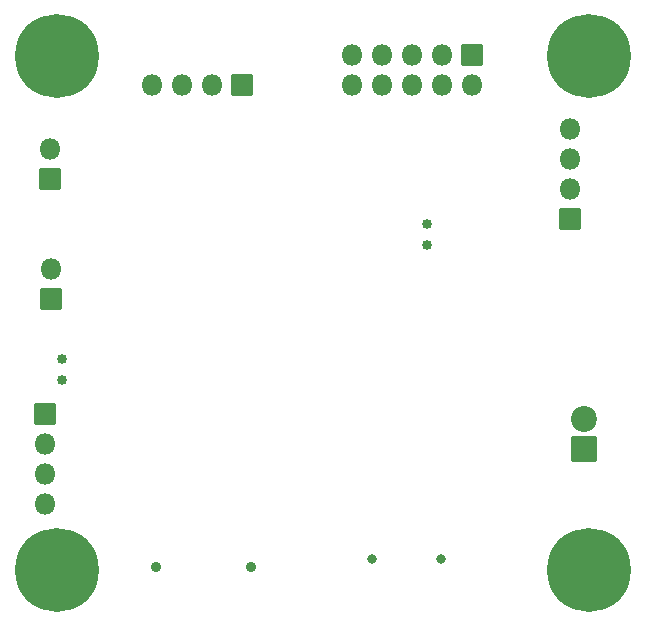
<source format=gbr>
%TF.GenerationSoftware,KiCad,Pcbnew,(6.0.7)*%
%TF.CreationDate,2022-09-16T23:20:04-07:00*%
%TF.ProjectId,All-in-one,416c6c2d-696e-42d6-9f6e-652e6b696361,rev?*%
%TF.SameCoordinates,Original*%
%TF.FileFunction,Soldermask,Bot*%
%TF.FilePolarity,Negative*%
%FSLAX46Y46*%
G04 Gerber Fmt 4.6, Leading zero omitted, Abs format (unit mm)*
G04 Created by KiCad (PCBNEW (6.0.7)) date 2022-09-16 23:20:04*
%MOMM*%
%LPD*%
G01*
G04 APERTURE LIST*
G04 Aperture macros list*
%AMRoundRect*
0 Rectangle with rounded corners*
0 $1 Rounding radius*
0 $2 $3 $4 $5 $6 $7 $8 $9 X,Y pos of 4 corners*
0 Add a 4 corners polygon primitive as box body*
4,1,4,$2,$3,$4,$5,$6,$7,$8,$9,$2,$3,0*
0 Add four circle primitives for the rounded corners*
1,1,$1+$1,$2,$3*
1,1,$1+$1,$4,$5*
1,1,$1+$1,$6,$7*
1,1,$1+$1,$8,$9*
0 Add four rect primitives between the rounded corners*
20,1,$1+$1,$2,$3,$4,$5,0*
20,1,$1+$1,$4,$5,$6,$7,0*
20,1,$1+$1,$6,$7,$8,$9,0*
20,1,$1+$1,$8,$9,$2,$3,0*%
G04 Aperture macros list end*
%ADD10C,0.800000*%
%ADD11C,0.900000*%
%ADD12C,7.100000*%
%ADD13C,0.850000*%
%ADD14O,1.800000X1.800000*%
%ADD15RoundRect,0.050000X0.850000X0.850000X-0.850000X0.850000X-0.850000X-0.850000X0.850000X-0.850000X0*%
%ADD16RoundRect,0.050000X-0.850000X0.850000X-0.850000X-0.850000X0.850000X-0.850000X0.850000X0.850000X0*%
%ADD17RoundRect,0.050000X-0.850000X-0.850000X0.850000X-0.850000X0.850000X0.850000X-0.850000X0.850000X0*%
%ADD18RoundRect,0.050000X1.050000X-1.050000X1.050000X1.050000X-1.050000X1.050000X-1.050000X-1.050000X0*%
%ADD19C,2.200000*%
G04 APERTURE END LIST*
D10*
%TO.C,J3*%
X53180000Y-63045000D03*
X58960000Y-63045000D03*
%TD*%
D11*
%TO.C,H4*%
X26500000Y-23125000D03*
X29125000Y-20500000D03*
D12*
X26500000Y-20500000D03*
D11*
X26500000Y-17875000D03*
X24643845Y-22356155D03*
X24643845Y-18643845D03*
X28356155Y-22356155D03*
X23875000Y-20500000D03*
X28356155Y-18643845D03*
%TD*%
D13*
%TO.C,SW1*%
X26900000Y-47900000D03*
X26900000Y-46100000D03*
%TD*%
D14*
%TO.C,J9*%
X69900000Y-26680000D03*
X69900000Y-29220000D03*
X69900000Y-31760000D03*
D15*
X69900000Y-34300000D03*
%TD*%
D13*
%TO.C,SW2*%
X57775000Y-34700000D03*
X57775000Y-36500000D03*
%TD*%
D14*
%TO.C,J6*%
X51440000Y-22965000D03*
X51440000Y-20425000D03*
X53980000Y-22965000D03*
X53980000Y-20425000D03*
X56520000Y-22965000D03*
X56520000Y-20425000D03*
X59060000Y-22965000D03*
X59060000Y-20425000D03*
X61600000Y-22965000D03*
D16*
X61600000Y-20425000D03*
%TD*%
D15*
%TO.C,J8*%
X26000000Y-41060000D03*
D14*
X26000000Y-38520000D03*
%TD*%
D11*
%TO.C,H3*%
X74125000Y-64000000D03*
X73356155Y-65856155D03*
X69643845Y-62143845D03*
X73356155Y-62143845D03*
X68875000Y-64000000D03*
X71500000Y-66625000D03*
X69643845Y-65856155D03*
X71500000Y-61375000D03*
D12*
X71500000Y-64000000D03*
%TD*%
D11*
%TO.C,J2*%
X34890000Y-63707879D03*
X42890000Y-63707879D03*
%TD*%
D17*
%TO.C,J5*%
X25450000Y-50800000D03*
D14*
X25450000Y-53340000D03*
X25450000Y-55880000D03*
X25450000Y-58420000D03*
%TD*%
D15*
%TO.C,J7*%
X25900000Y-30875000D03*
D14*
X25900000Y-28335000D03*
%TD*%
%TO.C,J4*%
X34480000Y-22900000D03*
X37020000Y-22900000D03*
X39560000Y-22900000D03*
D16*
X42100000Y-22900000D03*
%TD*%
D11*
%TO.C,H1*%
X68875000Y-20500000D03*
X71500000Y-23125000D03*
D12*
X71500000Y-20500000D03*
D11*
X69643845Y-22356155D03*
X73356155Y-18643845D03*
X73356155Y-22356155D03*
X71500000Y-17875000D03*
X74125000Y-20500000D03*
X69643845Y-18643845D03*
%TD*%
D18*
%TO.C,J1*%
X71100000Y-53769999D03*
D19*
X71100000Y-51229999D03*
%TD*%
D11*
%TO.C,H2*%
X26500000Y-66625000D03*
X28356155Y-62143845D03*
X24643845Y-65856155D03*
X26500000Y-61375000D03*
X28356155Y-65856155D03*
X24643845Y-62143845D03*
X29125000Y-64000000D03*
X23875000Y-64000000D03*
D12*
X26500000Y-64000000D03*
%TD*%
M02*

</source>
